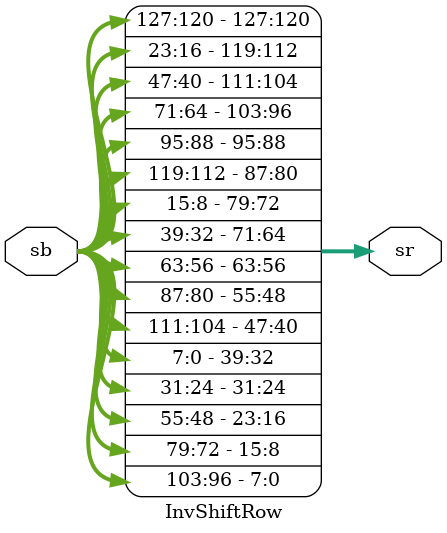
<source format=v>
`timescale 1ns / 1ps

module InvShiftRow(
    input [127:0] sb,
    output [127:0] sr
);


assign         sr[127:120] = sb[127:120];  
assign         sr[119:112] = sb[23:16];
assign         sr[111:104] = sb[47:40];
assign         sr[103:96] = sb[71:64];
   
assign          sr[95:88] = sb[95:88];
assign          sr[87:80] = sb[119:112];
assign          sr[79:72] = sb[15:8];
assign          sr[71:64] = sb[39:32];
   
assign          sr[63:56] = sb[63:56];
assign          sr[55:48] = sb[87:80];
assign          sr[47:40] = sb[111:104];
assign          sr[39:32] = sb[7:0];
   
assign          sr[31:24] = sb[31:24];
assign          sr[23:16] = sb[55:48];
assign          sr[15:8] = sb[79:72];
assign          sr[7:0] = sb[103:96]; 


endmodule
</source>
